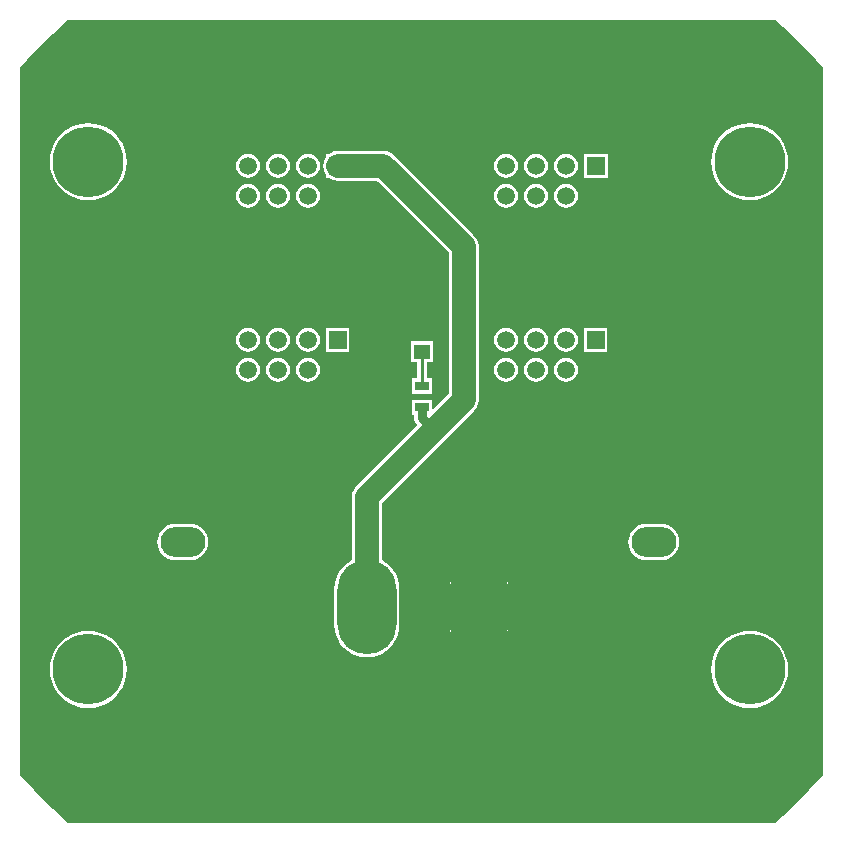
<source format=gtl>
G04 Layer_Physical_Order=1*
G04 Layer_Color=255*
%FSLAX25Y25*%
%MOIN*%
G70*
G01*
G75*
%ADD10R,0.04724X0.03150*%
%ADD11R,0.05512X0.04724*%
%ADD12C,0.07874*%
%ADD13C,0.03150*%
%ADD14C,0.05669*%
%ADD15C,0.01000*%
%ADD16O,0.10000X0.15000*%
%ADD17O,0.15000X0.10000*%
%ADD18R,0.05905X0.05905*%
%ADD19C,0.05905*%
%ADD20C,0.23622*%
%ADD21O,0.19685X0.31496*%
G36*
X260866Y266829D02*
X266884Y260811D01*
X271675Y255700D01*
Y19891D01*
X266884Y14780D01*
X260866Y8762D01*
X255755Y3971D01*
X19946D01*
X14835Y8762D01*
X8817Y14780D01*
X4026Y19891D01*
Y255700D01*
X8817Y260811D01*
X14835Y266829D01*
X19946Y271620D01*
X255755D01*
X260866Y266829D01*
D02*
G37*
%LPC*%
G36*
X231832Y94183D02*
X231378Y93996D01*
X230374Y93226D01*
X229604Y92222D01*
X229120Y91054D01*
X228955Y89800D01*
Y89268D01*
X231832D01*
Y94183D01*
D02*
G37*
G36*
X78768D02*
Y89268D01*
X81645D01*
Y89800D01*
X81480Y91054D01*
X80996Y92222D01*
X80226Y93226D01*
X79222Y93996D01*
X78768Y94183D01*
D02*
G37*
G36*
X235769D02*
Y89268D01*
X238645D01*
Y89800D01*
X238479Y91054D01*
X237996Y92222D01*
X237226Y93226D01*
X236222Y93996D01*
X235769Y94183D01*
D02*
G37*
G36*
X74831D02*
X74378Y93996D01*
X73374Y93226D01*
X72604Y92222D01*
X72120Y91054D01*
X71955Y89800D01*
Y89268D01*
X74831D01*
Y94183D01*
D02*
G37*
G36*
Y85331D02*
X71955D01*
Y84800D01*
X72120Y83546D01*
X72604Y82378D01*
X73374Y81374D01*
X74378Y80604D01*
X74831Y80417D01*
Y85331D01*
D02*
G37*
G36*
X81645D02*
X78768D01*
Y80417D01*
X79222Y80604D01*
X80226Y81374D01*
X80996Y82378D01*
X81480Y83546D01*
X81645Y84800D01*
Y85331D01*
D02*
G37*
G36*
X238645D02*
X235769D01*
Y80417D01*
X236222Y80604D01*
X237226Y81374D01*
X237996Y82378D01*
X238479Y83546D01*
X238645Y84800D01*
Y85331D01*
D02*
G37*
G36*
X80000Y158987D02*
X78968Y158851D01*
X78007Y158453D01*
X77181Y157819D01*
X76547Y156993D01*
X76149Y156032D01*
X76013Y155000D01*
X76149Y153968D01*
X76547Y153007D01*
X77181Y152181D01*
X78007Y151547D01*
X78968Y151149D01*
X80000Y151013D01*
X81032Y151149D01*
X81993Y151547D01*
X82819Y152181D01*
X83453Y153007D01*
X83851Y153968D01*
X83987Y155000D01*
X83851Y156032D01*
X83453Y156993D01*
X82819Y157819D01*
X81993Y158453D01*
X81032Y158851D01*
X80000Y158987D01*
D02*
G37*
G36*
X90000D02*
X88968Y158851D01*
X88007Y158453D01*
X87181Y157819D01*
X86547Y156993D01*
X86149Y156032D01*
X86013Y155000D01*
X86149Y153968D01*
X86547Y153007D01*
X87181Y152181D01*
X88007Y151547D01*
X88968Y151149D01*
X90000Y151013D01*
X91032Y151149D01*
X91993Y151547D01*
X92819Y152181D01*
X93453Y153007D01*
X93851Y153968D01*
X93987Y155000D01*
X93851Y156032D01*
X93453Y156993D01*
X92819Y157819D01*
X91993Y158453D01*
X91032Y158851D01*
X90000Y158987D01*
D02*
G37*
G36*
X100000D02*
X98968Y158851D01*
X98007Y158453D01*
X97181Y157819D01*
X96547Y156993D01*
X96149Y156032D01*
X96013Y155000D01*
X96149Y153968D01*
X96547Y153007D01*
X97181Y152181D01*
X98007Y151547D01*
X98968Y151149D01*
X100000Y151013D01*
X101032Y151149D01*
X101993Y151547D01*
X102819Y152181D01*
X103453Y153007D01*
X103851Y153968D01*
X103987Y155000D01*
X103851Y156032D01*
X103453Y156993D01*
X102819Y157819D01*
X101993Y158453D01*
X101032Y158851D01*
X100000Y158987D01*
D02*
G37*
G36*
X141756Y164456D02*
X134244D01*
Y157732D01*
X136471D01*
Y152118D01*
X134638D01*
Y146968D01*
X141362D01*
Y152118D01*
X139529D01*
Y157732D01*
X141756D01*
Y164456D01*
D02*
G37*
G36*
X60800Y103629D02*
X55800D01*
X54624Y103513D01*
X53493Y103170D01*
X52451Y102613D01*
X51537Y101863D01*
X50787Y100950D01*
X50230Y99907D01*
X49887Y98776D01*
X49771Y97600D01*
X49887Y96424D01*
X50230Y95293D01*
X50787Y94251D01*
X51537Y93337D01*
X52451Y92587D01*
X53493Y92030D01*
X54624Y91687D01*
X55800Y91571D01*
X60800D01*
X61976Y91687D01*
X63107Y92030D01*
X64149Y92587D01*
X65063Y93337D01*
X65813Y94251D01*
X66370Y95293D01*
X66713Y96424D01*
X66829Y97600D01*
X66713Y98776D01*
X66370Y99907D01*
X65813Y100950D01*
X65063Y101863D01*
X64149Y102613D01*
X63107Y103170D01*
X61976Y103513D01*
X60800Y103629D01*
D02*
G37*
G36*
X217800D02*
X212800D01*
X211624Y103513D01*
X210493Y103170D01*
X209451Y102613D01*
X208537Y101863D01*
X207787Y100950D01*
X207230Y99907D01*
X206887Y98776D01*
X206771Y97600D01*
X206887Y96424D01*
X207230Y95293D01*
X207787Y94251D01*
X208537Y93337D01*
X209451Y92587D01*
X210493Y92030D01*
X211624Y91687D01*
X212800Y91571D01*
X217800D01*
X218976Y91687D01*
X220107Y92030D01*
X221149Y92587D01*
X222063Y93337D01*
X222813Y94251D01*
X223370Y95293D01*
X223713Y96424D01*
X223829Y97600D01*
X223713Y98776D01*
X223370Y99907D01*
X222813Y100950D01*
X222063Y101863D01*
X221149Y102613D01*
X220107Y103170D01*
X218976Y103513D01*
X217800Y103629D01*
D02*
G37*
G36*
X125140Y227980D02*
X125140Y227980D01*
X110000D01*
X108711Y227810D01*
X107510Y227312D01*
X107041Y226953D01*
X106047D01*
Y225959D01*
X105687Y225490D01*
X105190Y224289D01*
X105020Y223000D01*
X105190Y221711D01*
X105687Y220510D01*
X106047Y220041D01*
Y219047D01*
X107041D01*
X107510Y218688D01*
X108711Y218190D01*
X110000Y218020D01*
X123078D01*
X146983Y194115D01*
Y147026D01*
X141824Y141866D01*
X141362Y142058D01*
Y145032D01*
X138167D01*
X138000Y145054D01*
X137833Y145032D01*
X134638D01*
Y139882D01*
X135403D01*
Y139000D01*
X135492Y138328D01*
X135751Y137701D01*
X136164Y137164D01*
X136643Y136685D01*
X116077Y116120D01*
X115286Y115088D01*
X114788Y113887D01*
X114619Y112598D01*
X114619Y112598D01*
Y91570D01*
X113206Y90704D01*
X111908Y89596D01*
X110800Y88298D01*
X109908Y86843D01*
X109255Y85266D01*
X108856Y83607D01*
X108722Y81906D01*
Y70095D01*
X108856Y68393D01*
X109255Y66734D01*
X109908Y65157D01*
X110800Y63702D01*
X111908Y62404D01*
X113206Y61296D01*
X114661Y60404D01*
X116238Y59751D01*
X117897Y59352D01*
X119598Y59218D01*
X121300Y59352D01*
X122959Y59751D01*
X124536Y60404D01*
X125991Y61296D01*
X127289Y62404D01*
X128397Y63702D01*
X129289Y65157D01*
X129942Y66734D01*
X130341Y68393D01*
X130474Y70095D01*
Y81906D01*
X130341Y83607D01*
X129942Y85266D01*
X129289Y86843D01*
X128397Y88298D01*
X127289Y89596D01*
X125991Y90704D01*
X124578Y91570D01*
Y110536D01*
X145521Y131479D01*
X145521Y131479D01*
X155484Y141442D01*
X156275Y142473D01*
X156773Y143674D01*
X156943Y144963D01*
X156943Y144963D01*
Y196177D01*
X156943Y196177D01*
X156773Y197466D01*
X156275Y198667D01*
X155484Y199698D01*
X155484Y199698D01*
X128661Y226521D01*
X127630Y227312D01*
X126429Y227810D01*
X125140Y227980D01*
D02*
G37*
G36*
X231832Y85331D02*
X228955D01*
Y84800D01*
X229120Y83546D01*
X229604Y82378D01*
X230374Y81374D01*
X231378Y80604D01*
X231832Y80417D01*
Y85331D01*
D02*
G37*
G36*
X56331Y69332D02*
X51416D01*
X51604Y68878D01*
X52374Y67874D01*
X53378Y67104D01*
X54546Y66620D01*
X55800Y66455D01*
X56331D01*
Y69332D01*
D02*
G37*
G36*
X65184D02*
X60268D01*
Y66455D01*
X60800D01*
X62054Y66620D01*
X63222Y67104D01*
X64226Y67874D01*
X64996Y68878D01*
X65184Y69332D01*
D02*
G37*
G36*
X213332D02*
X208417D01*
X208604Y68878D01*
X209374Y67874D01*
X210378Y67104D01*
X211546Y66620D01*
X212800Y66455D01*
X213332D01*
Y69332D01*
D02*
G37*
G36*
X166692Y74032D02*
X158968D01*
Y60612D01*
X160709Y61140D01*
X162385Y62036D01*
X163854Y63241D01*
X165059Y64710D01*
X165954Y66385D01*
X166506Y68204D01*
X166692Y70095D01*
Y74032D01*
D02*
G37*
G36*
X26748Y67969D02*
X24738Y67811D01*
X22777Y67340D01*
X20914Y66568D01*
X19195Y65515D01*
X17661Y64205D01*
X16352Y62672D01*
X15298Y60952D01*
X14526Y59089D01*
X14056Y57129D01*
X13897Y55118D01*
X14056Y53108D01*
X14526Y51147D01*
X15298Y49284D01*
X16352Y47565D01*
X17661Y46031D01*
X19195Y44722D01*
X20914Y43668D01*
X22777Y42897D01*
X24738Y42426D01*
X26748Y42268D01*
X28758Y42426D01*
X30719Y42897D01*
X32582Y43668D01*
X34301Y44722D01*
X35835Y46031D01*
X37144Y47565D01*
X38198Y49284D01*
X38970Y51147D01*
X39440Y53108D01*
X39599Y55118D01*
X39440Y57129D01*
X38970Y59089D01*
X38198Y60952D01*
X37144Y62672D01*
X35835Y64205D01*
X34301Y65515D01*
X32582Y66568D01*
X30719Y67340D01*
X28758Y67811D01*
X26748Y67969D01*
D02*
G37*
G36*
X247220D02*
X245210Y67811D01*
X243249Y67340D01*
X241386Y66568D01*
X239667Y65515D01*
X238134Y64205D01*
X236824Y62672D01*
X235770Y60952D01*
X234999Y59089D01*
X234528Y57129D01*
X234370Y55118D01*
X234528Y53108D01*
X234999Y51147D01*
X235770Y49284D01*
X236824Y47565D01*
X238134Y46031D01*
X239667Y44722D01*
X241386Y43668D01*
X243249Y42897D01*
X245210Y42426D01*
X247220Y42268D01*
X249231Y42426D01*
X251191Y42897D01*
X253054Y43668D01*
X254774Y44722D01*
X256307Y46031D01*
X257617Y47565D01*
X258670Y49284D01*
X259442Y51147D01*
X259913Y53108D01*
X260071Y55118D01*
X259913Y57129D01*
X259442Y59089D01*
X258670Y60952D01*
X257617Y62672D01*
X256307Y64205D01*
X254774Y65515D01*
X253054Y66568D01*
X251191Y67340D01*
X249231Y67811D01*
X247220Y67969D01*
D02*
G37*
G36*
X155032Y74032D02*
X147308D01*
Y70095D01*
X147494Y68204D01*
X148046Y66385D01*
X148941Y64710D01*
X150146Y63241D01*
X151615Y62036D01*
X153291Y61140D01*
X155032Y60612D01*
Y74032D01*
D02*
G37*
G36*
X60800Y76145D02*
X60268D01*
Y73269D01*
X65184D01*
X64996Y73722D01*
X64226Y74726D01*
X63222Y75496D01*
X62054Y75980D01*
X60800Y76145D01*
D02*
G37*
G36*
X155032Y91388D02*
X153291Y90860D01*
X151615Y89964D01*
X150146Y88759D01*
X148941Y87290D01*
X148046Y85615D01*
X147494Y83796D01*
X147308Y81906D01*
Y77969D01*
X155032D01*
Y91388D01*
D02*
G37*
G36*
X158968D02*
Y77969D01*
X166692D01*
Y81906D01*
X166506Y83796D01*
X165954Y85615D01*
X165059Y87290D01*
X163854Y88759D01*
X162385Y89964D01*
X160709Y90860D01*
X158968Y91388D01*
D02*
G37*
G36*
X217800Y76145D02*
X217268D01*
Y73269D01*
X222183D01*
X221996Y73722D01*
X221226Y74726D01*
X220222Y75496D01*
X219054Y75980D01*
X217800Y76145D01*
D02*
G37*
G36*
X222183Y69332D02*
X217268D01*
Y66455D01*
X217800D01*
X219054Y66620D01*
X220222Y67104D01*
X221226Y67874D01*
X221996Y68878D01*
X222183Y69332D01*
D02*
G37*
G36*
X213332Y76145D02*
X212800D01*
X211546Y75980D01*
X210378Y75496D01*
X209374Y74726D01*
X208604Y73722D01*
X208417Y73269D01*
X213332D01*
Y76145D01*
D02*
G37*
G36*
X56331D02*
X55800D01*
X54546Y75980D01*
X53378Y75496D01*
X52374Y74726D01*
X51604Y73722D01*
X51416Y73269D01*
X56331D01*
Y76145D01*
D02*
G37*
G36*
X176000Y216987D02*
X174968Y216851D01*
X174007Y216453D01*
X173181Y215819D01*
X172547Y214993D01*
X172149Y214032D01*
X172013Y213000D01*
X172149Y211968D01*
X172547Y211007D01*
X173181Y210181D01*
X174007Y209547D01*
X174968Y209149D01*
X176000Y209013D01*
X177032Y209149D01*
X177993Y209547D01*
X178819Y210181D01*
X179453Y211007D01*
X179851Y211968D01*
X179987Y213000D01*
X179851Y214032D01*
X179453Y214993D01*
X178819Y215819D01*
X177993Y216453D01*
X177032Y216851D01*
X176000Y216987D01*
D02*
G37*
G36*
X186000D02*
X184968Y216851D01*
X184007Y216453D01*
X183181Y215819D01*
X182547Y214993D01*
X182149Y214032D01*
X182013Y213000D01*
X182149Y211968D01*
X182547Y211007D01*
X183181Y210181D01*
X184007Y209547D01*
X184968Y209149D01*
X186000Y209013D01*
X187032Y209149D01*
X187993Y209547D01*
X188819Y210181D01*
X189453Y211007D01*
X189851Y211968D01*
X189987Y213000D01*
X189851Y214032D01*
X189453Y214993D01*
X188819Y215819D01*
X187993Y216453D01*
X187032Y216851D01*
X186000Y216987D01*
D02*
G37*
G36*
X26748Y237260D02*
X24738Y237102D01*
X22777Y236631D01*
X20914Y235859D01*
X19195Y234806D01*
X17661Y233496D01*
X16352Y231963D01*
X15298Y230243D01*
X14526Y228380D01*
X14056Y226420D01*
X13897Y224409D01*
X14056Y222399D01*
X14526Y220438D01*
X15298Y218575D01*
X16352Y216856D01*
X17661Y215323D01*
X19195Y214013D01*
X20914Y212959D01*
X22777Y212188D01*
X24738Y211717D01*
X26748Y211559D01*
X28758Y211717D01*
X30719Y212188D01*
X32582Y212959D01*
X34301Y214013D01*
X35835Y215323D01*
X37144Y216856D01*
X38198Y218575D01*
X38970Y220438D01*
X39440Y222399D01*
X39599Y224409D01*
X39440Y226420D01*
X38970Y228380D01*
X38198Y230243D01*
X37144Y231963D01*
X35835Y233496D01*
X34301Y234806D01*
X32582Y235859D01*
X30719Y236631D01*
X28758Y237102D01*
X26748Y237260D01*
D02*
G37*
G36*
X166000Y216987D02*
X164968Y216851D01*
X164007Y216453D01*
X163181Y215819D01*
X162547Y214993D01*
X162149Y214032D01*
X162013Y213000D01*
X162149Y211968D01*
X162547Y211007D01*
X163181Y210181D01*
X164007Y209547D01*
X164968Y209149D01*
X166000Y209013D01*
X167032Y209149D01*
X167993Y209547D01*
X168819Y210181D01*
X169453Y211007D01*
X169851Y211968D01*
X169987Y213000D01*
X169851Y214032D01*
X169453Y214993D01*
X168819Y215819D01*
X167993Y216453D01*
X167032Y216851D01*
X166000Y216987D01*
D02*
G37*
G36*
X80000D02*
X78968Y216851D01*
X78007Y216453D01*
X77181Y215819D01*
X76547Y214993D01*
X76149Y214032D01*
X76013Y213000D01*
X76149Y211968D01*
X76547Y211007D01*
X77181Y210181D01*
X78007Y209547D01*
X78968Y209149D01*
X80000Y209013D01*
X81032Y209149D01*
X81993Y209547D01*
X82819Y210181D01*
X83453Y211007D01*
X83851Y211968D01*
X83987Y213000D01*
X83851Y214032D01*
X83453Y214993D01*
X82819Y215819D01*
X81993Y216453D01*
X81032Y216851D01*
X80000Y216987D01*
D02*
G37*
G36*
X90000D02*
X88968Y216851D01*
X88007Y216453D01*
X87181Y215819D01*
X86547Y214993D01*
X86149Y214032D01*
X86013Y213000D01*
X86149Y211968D01*
X86547Y211007D01*
X87181Y210181D01*
X88007Y209547D01*
X88968Y209149D01*
X90000Y209013D01*
X91032Y209149D01*
X91993Y209547D01*
X92819Y210181D01*
X93453Y211007D01*
X93851Y211968D01*
X93987Y213000D01*
X93851Y214032D01*
X93453Y214993D01*
X92819Y215819D01*
X91993Y216453D01*
X91032Y216851D01*
X90000Y216987D01*
D02*
G37*
G36*
X100000D02*
X98968Y216851D01*
X98007Y216453D01*
X97181Y215819D01*
X96547Y214993D01*
X96149Y214032D01*
X96013Y213000D01*
X96149Y211968D01*
X96547Y211007D01*
X97181Y210181D01*
X98007Y209547D01*
X98968Y209149D01*
X100000Y209013D01*
X101032Y209149D01*
X101993Y209547D01*
X102819Y210181D01*
X103453Y211007D01*
X103851Y211968D01*
X103987Y213000D01*
X103851Y214032D01*
X103453Y214993D01*
X102819Y215819D01*
X101993Y216453D01*
X101032Y216851D01*
X100000Y216987D01*
D02*
G37*
G36*
X247220Y237260D02*
X245210Y237102D01*
X243249Y236631D01*
X241386Y235859D01*
X239667Y234806D01*
X238134Y233496D01*
X236824Y231963D01*
X235770Y230243D01*
X234999Y228380D01*
X234528Y226420D01*
X234370Y224409D01*
X234528Y222399D01*
X234999Y220438D01*
X235770Y218575D01*
X236824Y216856D01*
X238134Y215323D01*
X239667Y214013D01*
X241386Y212959D01*
X243249Y212188D01*
X245210Y211717D01*
X247220Y211559D01*
X249231Y211717D01*
X251191Y212188D01*
X253054Y212959D01*
X254774Y214013D01*
X256307Y215323D01*
X257617Y216856D01*
X258670Y218575D01*
X259442Y220438D01*
X259913Y222399D01*
X260071Y224409D01*
X259913Y226420D01*
X259442Y228380D01*
X258670Y230243D01*
X257617Y231963D01*
X256307Y233496D01*
X254774Y234806D01*
X253054Y235859D01*
X251191Y236631D01*
X249231Y237102D01*
X247220Y237260D01*
D02*
G37*
G36*
X176000Y226987D02*
X174968Y226851D01*
X174007Y226453D01*
X173181Y225819D01*
X172547Y224993D01*
X172149Y224032D01*
X172013Y223000D01*
X172149Y221968D01*
X172547Y221007D01*
X173181Y220181D01*
X174007Y219547D01*
X174968Y219149D01*
X176000Y219013D01*
X177032Y219149D01*
X177993Y219547D01*
X178819Y220181D01*
X179453Y221007D01*
X179851Y221968D01*
X179987Y223000D01*
X179851Y224032D01*
X179453Y224993D01*
X178819Y225819D01*
X177993Y226453D01*
X177032Y226851D01*
X176000Y226987D01*
D02*
G37*
G36*
X186000D02*
X184968Y226851D01*
X184007Y226453D01*
X183181Y225819D01*
X182547Y224993D01*
X182149Y224032D01*
X182013Y223000D01*
X182149Y221968D01*
X182547Y221007D01*
X183181Y220181D01*
X184007Y219547D01*
X184968Y219149D01*
X186000Y219013D01*
X187032Y219149D01*
X187993Y219547D01*
X188819Y220181D01*
X189453Y221007D01*
X189851Y221968D01*
X189987Y223000D01*
X189851Y224032D01*
X189453Y224993D01*
X188819Y225819D01*
X187993Y226453D01*
X187032Y226851D01*
X186000Y226987D01*
D02*
G37*
G36*
X199953Y226953D02*
X192047D01*
Y219047D01*
X199953D01*
Y226953D01*
D02*
G37*
G36*
X166000Y226987D02*
X164968Y226851D01*
X164007Y226453D01*
X163181Y225819D01*
X162547Y224993D01*
X162149Y224032D01*
X162013Y223000D01*
X162149Y221968D01*
X162547Y221007D01*
X163181Y220181D01*
X164007Y219547D01*
X164968Y219149D01*
X166000Y219013D01*
X167032Y219149D01*
X167993Y219547D01*
X168819Y220181D01*
X169453Y221007D01*
X169851Y221968D01*
X169987Y223000D01*
X169851Y224032D01*
X169453Y224993D01*
X168819Y225819D01*
X167993Y226453D01*
X167032Y226851D01*
X166000Y226987D01*
D02*
G37*
G36*
X80000D02*
X78968Y226851D01*
X78007Y226453D01*
X77181Y225819D01*
X76547Y224993D01*
X76149Y224032D01*
X76013Y223000D01*
X76149Y221968D01*
X76547Y221007D01*
X77181Y220181D01*
X78007Y219547D01*
X78968Y219149D01*
X80000Y219013D01*
X81032Y219149D01*
X81993Y219547D01*
X82819Y220181D01*
X83453Y221007D01*
X83851Y221968D01*
X83987Y223000D01*
X83851Y224032D01*
X83453Y224993D01*
X82819Y225819D01*
X81993Y226453D01*
X81032Y226851D01*
X80000Y226987D01*
D02*
G37*
G36*
X90000D02*
X88968Y226851D01*
X88007Y226453D01*
X87181Y225819D01*
X86547Y224993D01*
X86149Y224032D01*
X86013Y223000D01*
X86149Y221968D01*
X86547Y221007D01*
X87181Y220181D01*
X88007Y219547D01*
X88968Y219149D01*
X90000Y219013D01*
X91032Y219149D01*
X91993Y219547D01*
X92819Y220181D01*
X93453Y221007D01*
X93851Y221968D01*
X93987Y223000D01*
X93851Y224032D01*
X93453Y224993D01*
X92819Y225819D01*
X91993Y226453D01*
X91032Y226851D01*
X90000Y226987D01*
D02*
G37*
G36*
X100000D02*
X98968Y226851D01*
X98007Y226453D01*
X97181Y225819D01*
X96547Y224993D01*
X96149Y224032D01*
X96013Y223000D01*
X96149Y221968D01*
X96547Y221007D01*
X97181Y220181D01*
X98007Y219547D01*
X98968Y219149D01*
X100000Y219013D01*
X101032Y219149D01*
X101993Y219547D01*
X102819Y220181D01*
X103453Y221007D01*
X103851Y221968D01*
X103987Y223000D01*
X103851Y224032D01*
X103453Y224993D01*
X102819Y225819D01*
X101993Y226453D01*
X101032Y226851D01*
X100000Y226987D01*
D02*
G37*
G36*
X90000Y168987D02*
X88968Y168851D01*
X88007Y168453D01*
X87181Y167819D01*
X86547Y166993D01*
X86149Y166032D01*
X86013Y165000D01*
X86149Y163968D01*
X86547Y163007D01*
X87181Y162181D01*
X88007Y161547D01*
X88968Y161149D01*
X90000Y161013D01*
X91032Y161149D01*
X91993Y161547D01*
X92819Y162181D01*
X93453Y163007D01*
X93851Y163968D01*
X93987Y165000D01*
X93851Y166032D01*
X93453Y166993D01*
X92819Y167819D01*
X91993Y168453D01*
X91032Y168851D01*
X90000Y168987D01*
D02*
G37*
G36*
X100000D02*
X98968Y168851D01*
X98007Y168453D01*
X97181Y167819D01*
X96547Y166993D01*
X96149Y166032D01*
X96013Y165000D01*
X96149Y163968D01*
X96547Y163007D01*
X97181Y162181D01*
X98007Y161547D01*
X98968Y161149D01*
X100000Y161013D01*
X101032Y161149D01*
X101993Y161547D01*
X102819Y162181D01*
X103453Y163007D01*
X103851Y163968D01*
X103987Y165000D01*
X103851Y166032D01*
X103453Y166993D01*
X102819Y167819D01*
X101993Y168453D01*
X101032Y168851D01*
X100000Y168987D01*
D02*
G37*
G36*
X166000D02*
X164968Y168851D01*
X164007Y168453D01*
X163181Y167819D01*
X162547Y166993D01*
X162149Y166032D01*
X162013Y165000D01*
X162149Y163968D01*
X162547Y163007D01*
X163181Y162181D01*
X164007Y161547D01*
X164968Y161149D01*
X166000Y161013D01*
X167032Y161149D01*
X167993Y161547D01*
X168819Y162181D01*
X169453Y163007D01*
X169851Y163968D01*
X169987Y165000D01*
X169851Y166032D01*
X169453Y166993D01*
X168819Y167819D01*
X167993Y168453D01*
X167032Y168851D01*
X166000Y168987D01*
D02*
G37*
G36*
X80000D02*
X78968Y168851D01*
X78007Y168453D01*
X77181Y167819D01*
X76547Y166993D01*
X76149Y166032D01*
X76013Y165000D01*
X76149Y163968D01*
X76547Y163007D01*
X77181Y162181D01*
X78007Y161547D01*
X78968Y161149D01*
X80000Y161013D01*
X81032Y161149D01*
X81993Y161547D01*
X82819Y162181D01*
X83453Y163007D01*
X83851Y163968D01*
X83987Y165000D01*
X83851Y166032D01*
X83453Y166993D01*
X82819Y167819D01*
X81993Y168453D01*
X81032Y168851D01*
X80000Y168987D01*
D02*
G37*
G36*
X166000Y158987D02*
X164968Y158851D01*
X164007Y158453D01*
X163181Y157819D01*
X162547Y156993D01*
X162149Y156032D01*
X162013Y155000D01*
X162149Y153968D01*
X162547Y153007D01*
X163181Y152181D01*
X164007Y151547D01*
X164968Y151149D01*
X166000Y151013D01*
X167032Y151149D01*
X167993Y151547D01*
X168819Y152181D01*
X169453Y153007D01*
X169851Y153968D01*
X169987Y155000D01*
X169851Y156032D01*
X169453Y156993D01*
X168819Y157819D01*
X167993Y158453D01*
X167032Y158851D01*
X166000Y158987D01*
D02*
G37*
G36*
X176000D02*
X174968Y158851D01*
X174007Y158453D01*
X173181Y157819D01*
X172547Y156993D01*
X172149Y156032D01*
X172013Y155000D01*
X172149Y153968D01*
X172547Y153007D01*
X173181Y152181D01*
X174007Y151547D01*
X174968Y151149D01*
X176000Y151013D01*
X177032Y151149D01*
X177993Y151547D01*
X178819Y152181D01*
X179453Y153007D01*
X179851Y153968D01*
X179987Y155000D01*
X179851Y156032D01*
X179453Y156993D01*
X178819Y157819D01*
X177993Y158453D01*
X177032Y158851D01*
X176000Y158987D01*
D02*
G37*
G36*
X186000D02*
X184968Y158851D01*
X184007Y158453D01*
X183181Y157819D01*
X182547Y156993D01*
X182149Y156032D01*
X182013Y155000D01*
X182149Y153968D01*
X182547Y153007D01*
X183181Y152181D01*
X184007Y151547D01*
X184968Y151149D01*
X186000Y151013D01*
X187032Y151149D01*
X187993Y151547D01*
X188819Y152181D01*
X189453Y153007D01*
X189851Y153968D01*
X189987Y155000D01*
X189851Y156032D01*
X189453Y156993D01*
X188819Y157819D01*
X187993Y158453D01*
X187032Y158851D01*
X186000Y158987D01*
D02*
G37*
G36*
X176000Y168987D02*
X174968Y168851D01*
X174007Y168453D01*
X173181Y167819D01*
X172547Y166993D01*
X172149Y166032D01*
X172013Y165000D01*
X172149Y163968D01*
X172547Y163007D01*
X173181Y162181D01*
X174007Y161547D01*
X174968Y161149D01*
X176000Y161013D01*
X177032Y161149D01*
X177993Y161547D01*
X178819Y162181D01*
X179453Y163007D01*
X179851Y163968D01*
X179987Y165000D01*
X179851Y166032D01*
X179453Y166993D01*
X178819Y167819D01*
X177993Y168453D01*
X177032Y168851D01*
X176000Y168987D01*
D02*
G37*
G36*
X140559Y170938D02*
X139969D01*
Y170741D01*
X140559D01*
Y170938D01*
D02*
G37*
G36*
X136031Y175071D02*
X135441D01*
Y174874D01*
X136031D01*
Y175071D01*
D02*
G37*
G36*
X140559D02*
X139969D01*
Y174874D01*
X140559D01*
Y175071D01*
D02*
G37*
G36*
X136031Y170938D02*
X135441D01*
Y170741D01*
X136031D01*
Y170938D01*
D02*
G37*
G36*
X186000Y168987D02*
X184968Y168851D01*
X184007Y168453D01*
X183181Y167819D01*
X182547Y166993D01*
X182149Y166032D01*
X182013Y165000D01*
X182149Y163968D01*
X182547Y163007D01*
X183181Y162181D01*
X184007Y161547D01*
X184968Y161149D01*
X186000Y161013D01*
X187032Y161149D01*
X187993Y161547D01*
X188819Y162181D01*
X189453Y163007D01*
X189851Y163968D01*
X189987Y165000D01*
X189851Y166032D01*
X189453Y166993D01*
X188819Y167819D01*
X187993Y168453D01*
X187032Y168851D01*
X186000Y168987D01*
D02*
G37*
G36*
X113953Y168953D02*
X106047D01*
Y161047D01*
X113953D01*
Y168953D01*
D02*
G37*
G36*
X199953D02*
X192047D01*
Y161047D01*
X199953D01*
Y168953D01*
D02*
G37*
%LPD*%
D10*
X138000Y142457D02*
D03*
Y149543D02*
D03*
D11*
Y172906D02*
D03*
Y161094D02*
D03*
D12*
X142000Y135000D02*
X151963Y144963D01*
X119598Y112598D02*
X142000Y135000D01*
X151963Y144963D02*
Y196177D01*
X119598Y76000D02*
Y112598D01*
X117563Y172906D02*
Y205437D01*
X196000Y155000D02*
X199086D01*
X203663Y159577D01*
Y205337D01*
X196000Y213000D02*
X203663Y205337D01*
X113686Y155000D02*
X117563Y158877D01*
Y172906D01*
X110000Y213000D02*
X117563Y205437D01*
X110000Y223000D02*
X125140D01*
X151963Y196177D01*
X76800Y87300D02*
Y101977D01*
X110000Y135177D01*
Y155000D01*
D13*
X138000Y139000D02*
X142000Y135000D01*
X138000Y139000D02*
Y142457D01*
D14*
X110000Y155000D02*
X113686D01*
X117563Y172906D02*
X138000D01*
D15*
Y149543D02*
Y161094D01*
D16*
X76800Y87300D02*
D03*
X233800D02*
D03*
D17*
X58300Y71300D02*
D03*
Y97600D02*
D03*
X215300Y71300D02*
D03*
Y97600D02*
D03*
D18*
X110000Y165000D02*
D03*
X196000Y223000D02*
D03*
X110000D02*
D03*
X196000Y165000D02*
D03*
D19*
X110000Y155000D02*
D03*
X100000Y165000D02*
D03*
Y155000D02*
D03*
X90000Y165000D02*
D03*
Y155000D02*
D03*
X80000Y165000D02*
D03*
Y155000D02*
D03*
X196000Y213000D02*
D03*
X186000Y223000D02*
D03*
Y213000D02*
D03*
X176000Y223000D02*
D03*
Y213000D02*
D03*
X166000Y223000D02*
D03*
Y213000D02*
D03*
X110000D02*
D03*
X100000Y223000D02*
D03*
Y213000D02*
D03*
X90000Y223000D02*
D03*
Y213000D02*
D03*
X80000Y223000D02*
D03*
Y213000D02*
D03*
X196000Y155000D02*
D03*
X186000Y165000D02*
D03*
Y155000D02*
D03*
X176000Y165000D02*
D03*
Y155000D02*
D03*
X166000Y165000D02*
D03*
Y155000D02*
D03*
D20*
X247220Y224409D02*
D03*
X26748Y55118D02*
D03*
Y224409D02*
D03*
X247220Y55118D02*
D03*
D21*
X119598Y76000D02*
D03*
X157000D02*
D03*
M02*

</source>
